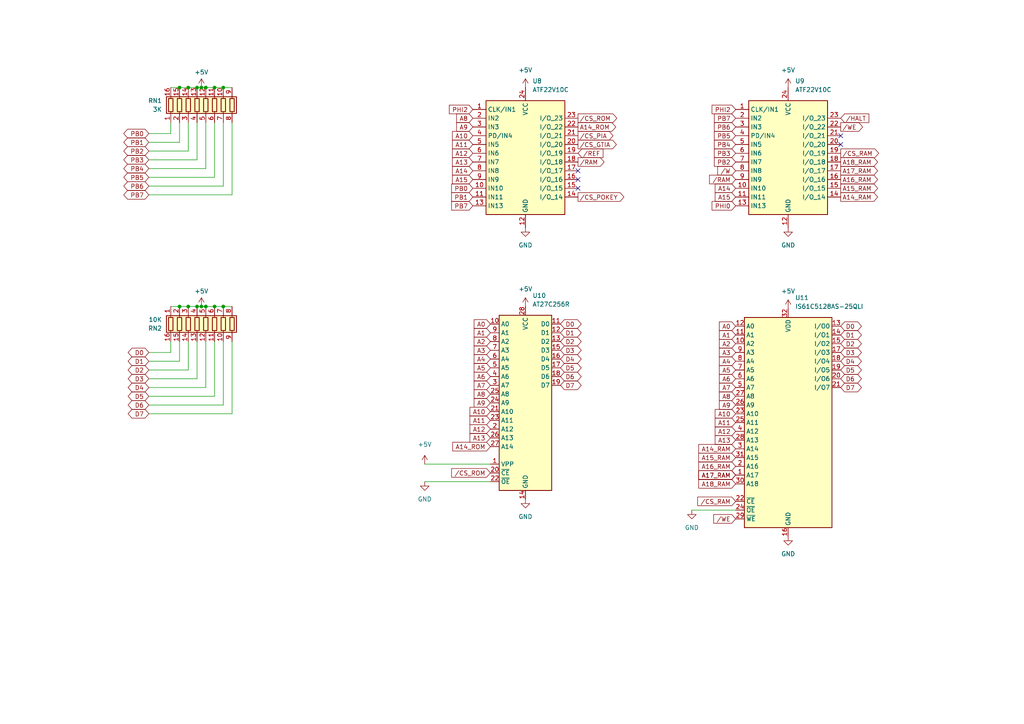
<source format=kicad_sch>
(kicad_sch (version 20211123) (generator eeschema)
  (paper "A4")
  (title_block (title "Atari SBC") (date "2023-02-06") (rev "1.0"))
  (lib_symbols
    (symbol "Device:R_Pack08" (pin_names (offset 0) hide)
      (property "Reference" "RN" (at -12.7 0 90))
      (property "Value" "R_Pack08" (at 10.16 0 90))
      (symbol "R_Pack08_0_1"
        (rectangle (start -11.43 -2.413) (end 8.89 2.413) (stroke (width 0.254)) (fill (type background)))
        (rectangle (start -10.795 1.905) (end -9.525 -1.905) (stroke (width 0.254)))
        (rectangle (start -8.255 1.905) (end -6.985 -1.905) (stroke (width 0.254)))
        (rectangle (start -5.715 1.905) (end -4.445 -1.905) (stroke (width 0.254)))
        (rectangle (start -3.175 1.905) (end -1.905 -1.905) (stroke (width 0.254)))
        (rectangle (start -0.635 1.905) (end 0.635 -1.905) (stroke (width 0.254)))
        (polyline (pts (xy -10.16 -2.54) (xy -10.16 -1.905)))
        (polyline (pts (xy -10.16 1.905) (xy -10.16 2.54)))
        (polyline (pts (xy -7.62 -2.54) (xy -7.62 -1.905)))
        (polyline (pts (xy -7.62 1.905) (xy -7.62 2.54)))
        (polyline (pts (xy -5.08 -2.54) (xy -5.08 -1.905)))
        (polyline (pts (xy -5.08 1.905) (xy -5.08 2.54)))
        (polyline (pts (xy -2.54 -2.54) (xy -2.54 -1.905)))
        (polyline (pts (xy -2.54 1.905) (xy -2.54 2.54)))
        (polyline (pts (xy 0 -2.54) (xy 0 -1.905)))
        (polyline (pts (xy 0 1.905) (xy 0 2.54)))
        (polyline (pts (xy 2.54 -2.54) (xy 2.54 -1.905)))
        (polyline (pts (xy 2.54 1.905) (xy 2.54 2.54)))
        (polyline (pts (xy 5.08 -2.54) (xy 5.08 -1.905)))
        (polyline (pts (xy 5.08 1.905) (xy 5.08 2.54)))
        (polyline (pts (xy 7.62 -2.54) (xy 7.62 -1.905)))
        (polyline (pts (xy 7.62 1.905) (xy 7.62 2.54)))
        (rectangle (start 1.905 1.905) (end 3.175 -1.905) (stroke (width 0.254)))
        (rectangle (start 4.445 1.905) (end 5.715 -1.905) (stroke (width 0.254)))
        (rectangle (start 6.985 1.905) (end 8.255 -1.905) (stroke (width 0.254)))
      )
      (symbol "R_Pack08_1_1"
        (pin passive line (at -10.16 -5.08 90) (length 2.54) (name "R1.1") (number "1"))
        (pin passive line (at 5.08 5.08 270) (length 2.54) (name "R7.2") (number "10"))
        (pin passive line (at 2.54 5.08 270) (length 2.54) (name "R6.2") (number "11"))
        (pin passive line (at 0 5.08 270) (length 2.54) (name "R5.2") (number "12"))
        (pin passive line (at -2.54 5.08 270) (length 2.54) (name "R4.2") (number "13"))
        (pin passive line (at -5.08 5.08 270) (length 2.54) (name "R3.2") (number "14"))
        (pin passive line (at -7.62 5.08 270) (length 2.54) (name "R2.2") (number "15"))
        (pin passive line (at -10.16 5.08 270) (length 2.54) (name "R1.2") (number "16"))
        (pin passive line (at -7.62 -5.08 90) (length 2.54) (name "R2.1") (number "2"))
        (pin passive line (at -5.08 -5.08 90) (length 2.54) (name "R3.1") (number "3"))
        (pin passive line (at -2.54 -5.08 90) (length 2.54) (name "R4.1") (number "4"))
        (pin passive line (at 0 -5.08 90) (length 2.54) (name "R5.1") (number "5"))
        (pin passive line (at 2.54 -5.08 90) (length 2.54) (name "R6.1") (number "6"))
        (pin passive line (at 5.08 -5.08 90) (length 2.54) (name "R7.1") (number "7"))
        (pin passive line (at 7.62 -5.08 90) (length 2.54) (name "R8.1") (number "8"))
        (pin passive line (at 7.62 5.08 270) (length 2.54) (name "R8.2") (number "9"))
      )
    )
    (symbol "Memory_EPROM:27C256"
      (property "Reference" "U" (at -7.62 26.67 0))
      (property "Value" "27C256" (at 2.54 -26.67 0))
      (symbol "27C256_1_1"
        (rectangle (start -7.62 25.4) (end 7.62 -25.4) (stroke (width 0.254)) (fill (type background)))
        (pin input line (at -10.16 -17.78 0) (length 2.54) (name "VPP") (number "1"))
        (pin input line (at -10.16 22.86 0) (length 2.54) (name "A0") (number "10"))
        (pin tri_state line (at 10.16 22.86 180) (length 2.54) (name "D0") (number "11"))
        (pin tri_state line (at 10.16 20.32 180) (length 2.54) (name "D1") (number "12"))
        (pin tri_state line (at 10.16 17.78 180) (length 2.54) (name "D2") (number "13"))
        (pin power_in line (at 0 -27.94 90) (length 2.54) (name "GND") (number "14"))
        (pin tri_state line (at 10.16 15.24 180) (length 2.54) (name "D3") (number "15"))
        (pin tri_state line (at 10.16 12.7 180) (length 2.54) (name "D4") (number "16"))
        (pin tri_state line (at 10.16 10.16 180) (length 2.54) (name "D5") (number "17"))
        (pin tri_state line (at 10.16 7.62 180) (length 2.54) (name "D6") (number "18"))
        (pin tri_state line (at 10.16 5.08 180) (length 2.54) (name "D7") (number "19"))
        (pin input line (at -10.16 -7.62 0) (length 2.54) (name "A12") (number "2"))
        (pin input line (at -10.16 -20.32 0) (length 2.54) (name "~{CE}") (number "20"))
        (pin input line (at -10.16 -2.54 0) (length 2.54) (name "A10") (number "21"))
        (pin input line (at -10.16 -22.86 0) (length 2.54) (name "~{OE}") (number "22"))
        (pin input line (at -10.16 -5.08 0) (length 2.54) (name "A11") (number "23"))
        (pin input line (at -10.16 0 0) (length 2.54) (name "A9") (number "24"))
        (pin input line (at -10.16 2.54 0) (length 2.54) (name "A8") (number "25"))
        (pin input line (at -10.16 -10.16 0) (length 2.54) (name "A13") (number "26"))
        (pin input line (at -10.16 -12.7 0) (length 2.54) (name "A14") (number "27"))
        (pin power_in line (at 0 27.94 270) (length 2.54) (name "VCC") (number "28"))
        (pin input line (at -10.16 5.08 0) (length 2.54) (name "A7") (number "3"))
        (pin input line (at -10.16 7.62 0) (length 2.54) (name "A6") (number "4"))
        (pin input line (at -10.16 10.16 0) (length 2.54) (name "A5") (number "5"))
        (pin input line (at -10.16 12.7 0) (length 2.54) (name "A4") (number "6"))
        (pin input line (at -10.16 15.24 0) (length 2.54) (name "A3") (number "7"))
        (pin input line (at -10.16 17.78 0) (length 2.54) (name "A2") (number "8"))
        (pin input line (at -10.16 20.32 0) (length 2.54) (name "A1") (number "9"))
      )
    )
    (symbol "Memory_RAM:IS61C5128AS-25QLI"
      (property "Reference" "U" (at -10.16 31.75 0))
      (property "Value" "IS61C5128AS-25QLI" (at 12.7 31.75 0))
      (symbol "IS61C5128AS-25QLI_0_1"
        (rectangle (start -12.7 30.48) (end 12.7 -30.48) (stroke (width 0.254)) (fill (type background)))
      )
      (symbol "IS61C5128AS-25QLI_1_1"
        (pin input line (at -15.24 -15.24 0) (length 2.54) (name "A17") (number "1"))
        (pin input line (at -15.24 22.86 0) (length 2.54) (name "A2") (number "10"))
        (pin input line (at -15.24 25.4 0) (length 2.54) (name "A1") (number "11"))
        (pin input line (at -15.24 27.94 0) (length 2.54) (name "A0") (number "12"))
        (pin bidirectional line (at 15.24 27.94 180) (length 2.54) (name "I/O0") (number "13"))
        (pin bidirectional line (at 15.24 25.4 180) (length 2.54) (name "I/O1") (number "14"))
        (pin bidirectional line (at 15.24 22.86 180) (length 2.54) (name "I/O2") (number "15"))
        (pin power_in line (at 0 -33.02 90) (length 2.54) (name "GND") (number "16"))
        (pin bidirectional line (at 15.24 20.32 180) (length 2.54) (name "I/O3") (number "17"))
        (pin bidirectional line (at 15.24 17.78 180) (length 2.54) (name "I/O4") (number "18"))
        (pin bidirectional line (at 15.24 15.24 180) (length 2.54) (name "I/O5") (number "19"))
        (pin input line (at -15.24 -12.7 0) (length 2.54) (name "A16") (number "2"))
        (pin bidirectional line (at 15.24 12.7 180) (length 2.54) (name "I/O6") (number "20"))
        (pin bidirectional line (at 15.24 10.16 180) (length 2.54) (name "I/O7") (number "21"))
        (pin input line (at -15.24 -22.86 0) (length 2.54) (name "~{CE}") (number "22"))
        (pin input line (at -15.24 2.54 0) (length 2.54) (name "A10") (number "23"))
        (pin input line (at -15.24 -25.4 0) (length 2.54) (name "~{OE}") (number "24"))
        (pin input line (at -15.24 0 0) (length 2.54) (name "A11") (number "25"))
        (pin input line (at -15.24 5.08 0) (length 2.54) (name "A9") (number "26"))
        (pin input line (at -15.24 7.62 0) (length 2.54) (name "A8") (number "27"))
        (pin input line (at -15.24 -5.08 0) (length 2.54) (name "A13") (number "28"))
        (pin input line (at -15.24 -27.94 0) (length 2.54) (name "~{WE}") (number "29"))
        (pin input line (at -15.24 -7.62 0) (length 2.54) (name "A14") (number "3"))
        (pin input line (at -15.24 -17.78 0) (length 2.54) (name "A18") (number "30"))
        (pin input line (at -15.24 -10.16 0) (length 2.54) (name "A15") (number "31"))
        (pin power_in line (at 0 33.02 270) (length 2.54) (name "VDD") (number "32"))
        (pin input line (at -15.24 -2.54 0) (length 2.54) (name "A12") (number "4"))
        (pin input line (at -15.24 10.16 0) (length 2.54) (name "A7") (number "5"))
        (pin input line (at -15.24 12.7 0) (length 2.54) (name "A6") (number "6"))
        (pin input line (at -15.24 15.24 0) (length 2.54) (name "A5") (number "7"))
        (pin input line (at -15.24 17.78 0) (length 2.54) (name "A4") (number "8"))
        (pin input line (at -15.24 20.32 0) (length 2.54) (name "A3") (number "9"))
      )
    )
    (symbol "Project_Logic_Programmable:ATF22V10C"
      (property "Reference" "U" (at -11.43 19.05 0))
      (property "Value" "ATF22V10C" (at 0 0 90))
      (symbol "ATF22V10C_0_1"
        (rectangle (start -11.43 17.78) (end 11.43 -15.24) (stroke (width 0.254)) (fill (type background)))
      )
      (symbol "ATF22V10C_1_1"
        (pin input line (at -15.24 15.24 0) (length 3.81) (name "CLK/IN1") (number "1"))
        (pin input line (at -15.24 -7.62 0) (length 3.81) (name "IN10") (number "10"))
        (pin input line (at -15.24 -10.16 0) (length 3.81) (name "IN11") (number "11"))
        (pin power_in line (at 0 -19.05 90) (length 3.81) (name "GND") (number "12"))
        (pin input line (at -15.24 -12.7 0) (length 3.81) (name "IN13") (number "13"))
        (pin bidirectional line (at 15.24 -10.16 180) (length 3.81) (name "I/O_14") (number "14"))
        (pin bidirectional line (at 15.24 -7.62 180) (length 3.81) (name "I/O_15") (number "15"))
        (pin bidirectional line (at 15.24 -5.08 180) (length 3.81) (name "I/O_16") (number "16"))
        (pin bidirectional line (at 15.24 -2.54 180) (length 3.81) (name "I/O_17") (number "17"))
        (pin bidirectional line (at 15.24 0 180) (length 3.81) (name "I/O_18") (number "18"))
        (pin bidirectional line (at 15.24 2.54 180) (length 3.81) (name "I/O_19") (number "19"))
        (pin input line (at -15.24 12.7 0) (length 3.81) (name "IN2") (number "2"))
        (pin bidirectional line (at 15.24 5.08 180) (length 3.81) (name "I/O_20") (number "20"))
        (pin bidirectional line (at 15.24 7.62 180) (length 3.81) (name "I/O_21") (number "21"))
        (pin bidirectional line (at 15.24 10.16 180) (length 3.81) (name "I/O_22") (number "22"))
        (pin bidirectional line (at 15.24 12.7 180) (length 3.81) (name "I/O_23") (number "23"))
        (pin power_in line (at 0 21.59 270) (length 3.81) (name "VCC") (number "24"))
        (pin input line (at -15.24 10.16 0) (length 3.81) (name "IN3") (number "3"))
        (pin input line (at -15.24 7.62 0) (length 3.81) (name "PD/IN4") (number "4"))
        (pin input line (at -15.24 5.08 0) (length 3.81) (name "IN5") (number "5"))
        (pin input line (at -15.24 2.54 0) (length 3.81) (name "IN6") (number "6"))
        (pin input line (at -15.24 0 0) (length 3.81) (name "IN7") (number "7"))
        (pin input line (at -15.24 -2.54 0) (length 3.81) (name "IN8") (number "8"))
        (pin input line (at -15.24 -5.08 0) (length 3.81) (name "IN9") (number "9"))
      )
    )
    (symbol "power:+5V" (power) (pin_names (offset 0))
      (property "Value" "+5V" (at 0 3.556 0))
      (symbol "+5V_0_1"
        (polyline (pts (xy -0.762 1.27) (xy 0 2.54)))
        (polyline (pts (xy 0 0) (xy 0 2.54)))
        (polyline (pts (xy 0 2.54) (xy 0.762 1.27)))
      )
      (symbol "+5V_1_1"
        (pin power_in line (at 0 0 90) (length 0) hide (name "+5V") (number "1"))
      )
    )
    (symbol "power:GND" (power) (pin_names (offset 0))
      (property "Value" "GND" (at 0 -3.81 0))
      (symbol "GND_0_1"
        (polyline (pts (xy 0 0) (xy 0 -1.27) (xy 1.27 -1.27) (xy 0 -2.54) (xy -1.27 -1.27) (xy 0 -1.27)))
      )
      (symbol "GND_1_1"
        (pin power_in line (at 0 0 270) (length 0) hide (name "GND") (number "1"))
      )
    )
  )
  (junction (at 52.07 25.4))
  (junction (at 57.15 88.9))
  (junction (at 64.77 25.4))
  (junction (at 54.61 25.4))
  (junction (at 62.23 25.4))
  (junction (at 58.42 88.9))
  (junction (at 64.77 88.9))
  (junction (at 57.15 25.4))
  (junction (at 59.69 88.9))
  (junction (at 59.69 25.4))
  (junction (at 58.42 25.4))
  (junction (at 54.61 88.9))
  (junction (at 62.23 88.9))
  (junction (at 52.07 88.9))
  (no_connect (at 167.64 52.07))
  (no_connect (at 167.64 54.61))
  (no_connect (at 167.64 49.53))
  (no_connect (at 243.84 41.91))
  (no_connect (at 243.84 39.37))
  (wire (pts (xy 62.23 51.435) (xy 62.23 35.56)))
  (wire (pts (xy 43.18 120.015) (xy 67.31 120.015)))
  (wire (pts (xy 52.07 104.775) (xy 52.07 99.06)))
  (wire (pts (xy 57.15 109.855) (xy 57.15 99.06)))
  (wire (pts (xy 58.42 25.4) (xy 59.69 25.4)))
  (wire (pts (xy 200.66 147.955) (xy 213.36 147.955)))
  (wire (pts (xy 43.18 53.975) (xy 64.77 53.975)))
  (wire (pts (xy 49.53 102.235) (xy 49.53 99.06)))
  (wire (pts (xy 54.61 88.9) (xy 57.15 88.9)))
  (wire (pts (xy 49.53 88.9) (xy 52.07 88.9)))
  (wire (pts (xy 43.18 43.815) (xy 54.61 43.815)))
  (wire (pts (xy 59.69 25.4) (xy 62.23 25.4)))
  (wire (pts (xy 64.77 53.975) (xy 64.77 35.56)))
  (wire (pts (xy 62.23 88.9) (xy 64.77 88.9)))
  (wire (pts (xy 49.53 25.4) (xy 52.07 25.4)))
  (wire (pts (xy 52.07 25.4) (xy 54.61 25.4)))
  (wire (pts (xy 43.18 38.735) (xy 49.53 38.735)))
  (wire (pts (xy 62.23 25.4) (xy 64.77 25.4)))
  (wire (pts (xy 43.18 104.775) (xy 52.07 104.775)))
  (wire (pts (xy 43.18 46.355) (xy 57.15 46.355)))
  (wire (pts (xy 67.31 56.515) (xy 67.31 35.56)))
  (wire (pts (xy 57.15 25.4) (xy 58.42 25.4)))
  (wire (pts (xy 59.69 112.395) (xy 59.69 99.06)))
  (wire (pts (xy 67.31 120.015) (xy 67.31 99.06)))
  (wire (pts (xy 43.18 109.855) (xy 57.15 109.855)))
  (wire (pts (xy 43.18 117.475) (xy 64.77 117.475)))
  (wire (pts (xy 43.18 56.515) (xy 67.31 56.515)))
  (wire (pts (xy 43.18 114.935) (xy 62.23 114.935)))
  (wire (pts (xy 57.15 88.9) (xy 58.42 88.9)))
  (wire (pts (xy 58.42 88.9) (xy 59.69 88.9)))
  (wire (pts (xy 123.19 134.62) (xy 142.24 134.62)))
  (wire (pts (xy 54.61 107.315) (xy 54.61 99.06)))
  (wire (pts (xy 64.77 117.475) (xy 64.77 99.06)))
  (wire (pts (xy 59.69 88.9) (xy 62.23 88.9)))
  (wire (pts (xy 59.69 48.895) (xy 59.69 35.56)))
  (wire (pts (xy 43.18 112.395) (xy 59.69 112.395)))
  (wire (pts (xy 62.23 114.935) (xy 62.23 99.06)))
  (wire (pts (xy 52.07 88.9) (xy 54.61 88.9)))
  (wire (pts (xy 52.07 41.275) (xy 52.07 35.56)))
  (wire (pts (xy 43.18 51.435) (xy 62.23 51.435)))
  (wire (pts (xy 64.77 25.4) (xy 67.31 25.4)))
  (wire (pts (xy 54.61 43.815) (xy 54.61 35.56)))
  (wire (pts (xy 64.77 88.9) (xy 67.31 88.9)))
  (wire (pts (xy 57.15 46.355) (xy 57.15 35.56)))
  (wire (pts (xy 49.53 35.56) (xy 49.53 38.735)))
  (wire (pts (xy 43.18 41.275) (xy 52.07 41.275)))
  (wire (pts (xy 123.19 139.7) (xy 142.24 139.7)))
  (wire (pts (xy 54.61 25.4) (xy 57.15 25.4)))
  (wire (pts (xy 43.18 48.895) (xy 59.69 48.895)))
  (wire (pts (xy 43.18 102.235) (xy 49.53 102.235)))
  (wire (pts (xy 43.18 107.315) (xy 54.61 107.315)))
  (global_label "A12" (shape input) (at 142.24 124.46 180) (property "Intersheet References" "${INTERSHEET_REFS}" (effects hide)))
  (global_label "D6" (shape bidirectional) (at 43.18 117.475 180) (property "Intersheet References" "${INTERSHEET_REFS}" (effects hide)))
  (global_label "A14_RAM" (shape output) (at 243.84 57.15 0) (property "Intersheet References" "${INTERSHEET_REFS}" (effects hide)))
  (global_label "A3" (shape input) (at 213.36 102.235 180) (property "Intersheet References" "${INTERSHEET_REFS}" (effects hide)))
  (global_label "PB5" (shape bidirectional) (at 43.18 51.435 180) (property "Intersheet References" "${INTERSHEET_REFS}" (effects hide)))
  (global_label "D1" (shape bidirectional) (at 43.18 104.775 180) (property "Intersheet References" "${INTERSHEET_REFS}" (effects hide)))
  (global_label "A10" (shape input) (at 213.36 120.015 180) (property "Intersheet References" "${INTERSHEET_REFS}" (effects hide)))
  (global_label "A10" (shape input) (at 137.16 39.37 180) (property "Intersheet References" "${INTERSHEET_REFS}" (effects hide)))
  (global_label "A15_RAM" (shape input) (at 213.36 132.715 180) (property "Intersheet References" "${INTERSHEET_REFS}" (effects hide)))
  (global_label "PB1" (shape bidirectional) (at 43.18 41.275 180) (property "Intersheet References" "${INTERSHEET_REFS}" (effects hide)))
  (global_label "A14_ROM" (shape input) (at 142.24 129.54 180) (property "Intersheet References" "${INTERSHEET_REFS}" (effects hide)))
  (global_label "A7" (shape input) (at 213.36 112.395 180) (property "Intersheet References" "${INTERSHEET_REFS}" (effects hide)))
  (global_label "A4" (shape input) (at 213.36 104.775 180) (property "Intersheet References" "${INTERSHEET_REFS}" (effects hide)))
  (global_label "A8" (shape input) (at 213.36 114.935 180) (property "Intersheet References" "${INTERSHEET_REFS}" (effects hide)))
  (global_label "A14_ROM" (shape output) (at 167.64 36.83 0) (property "Intersheet References" "${INTERSHEET_REFS}" (effects hide)))
  (global_label "{slash}CS_GTIA" (shape output) (at 167.64 41.91 0) (property "Intersheet References" "${INTERSHEET_REFS}" (effects hide)))
  (global_label "D4" (shape tri_state) (at 162.56 104.14 0) (property "Intersheet References" "${INTERSHEET_REFS}" (effects hide)))
  (global_label "PHI2" (shape input) (at 137.16 31.75 180) (property "Intersheet References" "${INTERSHEET_REFS}" (effects hide)))
  (global_label "A9" (shape input) (at 142.24 116.84 180) (property "Intersheet References" "${INTERSHEET_REFS}" (effects hide)))
  (global_label "A18_RAM" (shape output) (at 243.84 46.99 0) (property "Intersheet References" "${INTERSHEET_REFS}" (effects hide)))
  (global_label "PB1" (shape input) (at 137.16 57.15 180) (property "Intersheet References" "${INTERSHEET_REFS}" (effects hide)))
  (global_label "D2" (shape tri_state) (at 162.56 99.06 0) (property "Intersheet References" "${INTERSHEET_REFS}" (effects hide)))
  (global_label "D7" (shape bidirectional) (at 43.18 120.015 180) (property "Intersheet References" "${INTERSHEET_REFS}" (effects hide)))
  (global_label "D2" (shape tri_state) (at 243.84 99.695 0) (property "Intersheet References" "${INTERSHEET_REFS}" (effects hide)))
  (global_label "A18_RAM" (shape input) (at 213.36 140.335 180) (property "Intersheet References" "${INTERSHEET_REFS}" (effects hide)))
  (global_label "PB6" (shape input) (at 213.36 36.83 180) (property "Intersheet References" "${INTERSHEET_REFS}" (effects hide)))
  (global_label "{slash}REF" (shape input) (at 167.64 44.45 0) (property "Intersheet References" "${INTERSHEET_REFS}" (effects hide)))
  (global_label "PB4" (shape input) (at 213.36 41.91 180) (property "Intersheet References" "${INTERSHEET_REFS}" (effects hide)))
  (global_label "{slash}W" (shape input) (at 213.36 49.53 180) (property "Intersheet References" "${INTERSHEET_REFS}" (effects hide)))
  (global_label "A3" (shape input) (at 142.24 101.6 180) (property "Intersheet References" "${INTERSHEET_REFS}" (effects hide)))
  (global_label "D0" (shape tri_state) (at 243.84 94.615 0) (property "Intersheet References" "${INTERSHEET_REFS}" (effects hide)))
  (global_label "A2" (shape input) (at 213.36 99.695 180) (property "Intersheet References" "${INTERSHEET_REFS}" (effects hide)))
  (global_label "A7" (shape input) (at 142.24 111.76 180) (property "Intersheet References" "${INTERSHEET_REFS}" (effects hide)))
  (global_label "D1" (shape tri_state) (at 243.84 97.155 0) (property "Intersheet References" "${INTERSHEET_REFS}" (effects hide)))
  (global_label "D5" (shape bidirectional) (at 43.18 114.935 180) (property "Intersheet References" "${INTERSHEET_REFS}" (effects hide)))
  (global_label "{slash}CS_RAM" (shape output) (at 243.84 44.45 0) (property "Intersheet References" "${INTERSHEET_REFS}" (effects hide)))
  (global_label "D7" (shape tri_state) (at 162.56 111.76 0) (property "Intersheet References" "${INTERSHEET_REFS}" (effects hide)))
  (global_label "A4" (shape input) (at 142.24 104.14 180) (property "Intersheet References" "${INTERSHEET_REFS}" (effects hide)))
  (global_label "{slash}WE" (shape input) (at 213.36 150.495 180) (property "Intersheet References" "${INTERSHEET_REFS}" (effects hide)))
  (global_label "A14" (shape input) (at 213.36 54.61 180) (property "Intersheet References" "${INTERSHEET_REFS}" (effects hide)))
  (global_label "A15" (shape input) (at 137.16 52.07 180) (property "Intersheet References" "${INTERSHEET_REFS}" (effects hide)))
  (global_label "PB6" (shape bidirectional) (at 43.18 53.975 180) (property "Intersheet References" "${INTERSHEET_REFS}" (effects hide)))
  (global_label "A6" (shape input) (at 142.24 109.22 180) (property "Intersheet References" "${INTERSHEET_REFS}" (effects hide)))
  (global_label "A16_RAM" (shape output) (at 243.84 52.07 0) (property "Intersheet References" "${INTERSHEET_REFS}" (effects hide)))
  (global_label "D5" (shape tri_state) (at 162.56 106.68 0) (property "Intersheet References" "${INTERSHEET_REFS}" (effects hide)))
  (global_label "PB0" (shape bidirectional) (at 43.18 38.735 180) (property "Intersheet References" "${INTERSHEET_REFS}" (effects hide)))
  (global_label "D3" (shape tri_state) (at 243.84 102.235 0) (property "Intersheet References" "${INTERSHEET_REFS}" (effects hide)))
  (global_label "A15_RAM" (shape output) (at 243.84 54.61 0) (property "Intersheet References" "${INTERSHEET_REFS}" (effects hide)))
  (global_label "PB5" (shape input) (at 213.36 39.37 180) (property "Intersheet References" "${INTERSHEET_REFS}" (effects hide)))
  (global_label "D7" (shape tri_state) (at 243.84 112.395 0) (property "Intersheet References" "${INTERSHEET_REFS}" (effects hide)))
  (global_label "PB4" (shape bidirectional) (at 43.18 48.895 180) (property "Intersheet References" "${INTERSHEET_REFS}" (effects hide)))
  (global_label "D6" (shape tri_state) (at 162.56 109.22 0) (property "Intersheet References" "${INTERSHEET_REFS}" (effects hide)))
  (global_label "A13" (shape input) (at 213.36 127.635 180) (property "Intersheet References" "${INTERSHEET_REFS}" (effects hide)))
  (global_label "A13" (shape input) (at 137.16 46.99 180) (property "Intersheet References" "${INTERSHEET_REFS}" (effects hide)))
  (global_label "A9" (shape input) (at 213.36 117.475 180) (property "Intersheet References" "${INTERSHEET_REFS}" (effects hide)))
  (global_label "A17_RAM" (shape input) (at 213.36 137.795 180) (property "Intersheet References" "${INTERSHEET_REFS}" (effects hide)))
  (global_label "D0" (shape tri_state) (at 162.56 93.98 0) (property "Intersheet References" "${INTERSHEET_REFS}" (effects hide)))
  (global_label "D4" (shape bidirectional) (at 43.18 112.395 180) (property "Intersheet References" "${INTERSHEET_REFS}" (effects hide)))
  (global_label "{slash}HALT" (shape input) (at 243.84 34.29 0) (property "Intersheet References" "${INTERSHEET_REFS}" (effects hide)))
  (global_label "PB2" (shape input) (at 213.36 46.99 180) (property "Intersheet References" "${INTERSHEET_REFS}" (effects hide)))
  (global_label "PB7" (shape bidirectional) (at 43.18 56.515 180) (property "Intersheet References" "${INTERSHEET_REFS}" (effects hide)))
  (global_label "A10" (shape input) (at 142.24 119.38 180) (property "Intersheet References" "${INTERSHEET_REFS}" (effects hide)))
  (global_label "A5" (shape input) (at 213.36 107.315 180) (property "Intersheet References" "${INTERSHEET_REFS}" (effects hide)))
  (global_label "A8" (shape input) (at 137.16 34.29 180) (property "Intersheet References" "${INTERSHEET_REFS}" (effects hide)))
  (global_label "A1" (shape input) (at 213.36 97.155 180) (property "Intersheet References" "${INTERSHEET_REFS}" (effects hide)))
  (global_label "{slash}CS_RAM" (shape input) (at 213.36 145.415 180) (property "Intersheet References" "${INTERSHEET_REFS}" (effects hide)))
  (global_label "A1" (shape input) (at 142.24 96.52 180) (property "Intersheet References" "${INTERSHEET_REFS}" (effects hide)))
  (global_label "A0" (shape input) (at 213.36 94.615 180) (property "Intersheet References" "${INTERSHEET_REFS}" (effects hide)))
  (global_label "PB7" (shape input) (at 213.36 34.29 180) (property "Intersheet References" "${INTERSHEET_REFS}" (effects hide)))
  (global_label "{slash}WE" (shape output) (at 243.84 36.83 0) (property "Intersheet References" "${INTERSHEET_REFS}" (effects hide)))
  (global_label "PHI2" (shape input) (at 213.36 31.75 180) (property "Intersheet References" "${INTERSHEET_REFS}" (effects hide)))
  (global_label "A12" (shape input) (at 213.36 125.095 180) (property "Intersheet References" "${INTERSHEET_REFS}" (effects hide)))
  (global_label "A11" (shape input) (at 137.16 41.91 180) (property "Intersheet References" "${INTERSHEET_REFS}" (effects hide)))
  (global_label "PB3" (shape bidirectional) (at 43.18 46.355 180) (property "Intersheet References" "${INTERSHEET_REFS}" (effects hide)))
  (global_label "A5" (shape input) (at 142.24 106.68 180) (property "Intersheet References" "${INTERSHEET_REFS}" (effects hide)))
  (global_label "A12" (shape input) (at 137.16 44.45 180) (property "Intersheet References" "${INTERSHEET_REFS}" (effects hide)))
  (global_label "A0" (shape input) (at 142.24 93.98 180) (property "Intersheet References" "${INTERSHEET_REFS}" (effects hide)))
  (global_label "{slash}CS_POKEY" (shape output) (at 167.64 57.15 0) (property "Intersheet References" "${INTERSHEET_REFS}" (effects hide)))
  (global_label "{slash}CS_ROM" (shape output) (at 167.64 34.29 0) (property "Intersheet References" "${INTERSHEET_REFS}" (effects hide)))
  (global_label "A14" (shape input) (at 137.16 49.53 180) (property "Intersheet References" "${INTERSHEET_REFS}" (effects hide)))
  (global_label "A11" (shape input) (at 213.36 122.555 180) (property "Intersheet References" "${INTERSHEET_REFS}" (effects hide)))
  (global_label "A6" (shape input) (at 213.36 109.855 180) (property "Intersheet References" "${INTERSHEET_REFS}" (effects hide)))
  (global_label "{slash}CS_PIA" (shape output) (at 167.64 39.37 0) (property "Intersheet References" "${INTERSHEET_REFS}" (effects hide)))
  (global_label "D0" (shape bidirectional) (at 43.18 102.235 180) (property "Intersheet References" "${INTERSHEET_REFS}" (effects hide)))
  (global_label "D3" (shape bidirectional) (at 43.18 109.855 180) (property "Intersheet References" "${INTERSHEET_REFS}" (effects hide)))
  (global_label "A17_RAM" (shape input) (at 213.36 137.795 180) (property "Intersheet References" "${INTERSHEET_REFS}" (effects hide)))
  (global_label "D2" (shape bidirectional) (at 43.18 107.315 180) (property "Intersheet References" "${INTERSHEET_REFS}" (effects hide)))
  (global_label "A17_RAM" (shape output) (at 243.84 49.53 0) (property "Intersheet References" "${INTERSHEET_REFS}" (effects hide)))
  (global_label "PB3" (shape input) (at 213.36 44.45 180) (property "Intersheet References" "${INTERSHEET_REFS}" (effects hide)))
  (global_label "D1" (shape tri_state) (at 162.56 96.52 0) (property "Intersheet References" "${INTERSHEET_REFS}" (effects hide)))
  (global_label "A15" (shape input) (at 213.36 57.15 180) (property "Intersheet References" "${INTERSHEET_REFS}" (effects hide)))
  (global_label "A2" (shape input) (at 142.24 99.06 180) (property "Intersheet References" "${INTERSHEET_REFS}" (effects hide)))
  (global_label "PB0" (shape input) (at 137.16 54.61 180) (property "Intersheet References" "${INTERSHEET_REFS}" (effects hide)))
  (global_label "D5" (shape tri_state) (at 243.84 107.315 0) (property "Intersheet References" "${INTERSHEET_REFS}" (effects hide)))
  (global_label "PB7" (shape input) (at 137.16 59.69 180) (property "Intersheet References" "${INTERSHEET_REFS}" (effects hide)))
  (global_label "PHI0" (shape input) (at 213.36 59.69 180) (property "Intersheet References" "${INTERSHEET_REFS}" (effects hide)))
  (global_label "PB2" (shape bidirectional) (at 43.18 43.815 180) (property "Intersheet References" "${INTERSHEET_REFS}" (effects hide)))
  (global_label "{slash}CS_ROM" (shape input) (at 142.24 137.16 180) (property "Intersheet References" "${INTERSHEET_REFS}" (effects hide)))
  (global_label "D6" (shape tri_state) (at 243.84 109.855 0) (property "Intersheet References" "${INTERSHEET_REFS}" (effects hide)))
  (global_label "D3" (shape tri_state) (at 162.56 101.6 0) (property "Intersheet References" "${INTERSHEET_REFS}" (effects hide)))
  (global_label "{slash}RAM" (shape output) (at 167.64 46.99 0) (property "Intersheet References" "${INTERSHEET_REFS}" (effects hide)))
  (global_label "A14_RAM" (shape input) (at 213.36 130.175 180) (property "Intersheet References" "${INTERSHEET_REFS}" (effects hide)))
  (global_label "A16_RAM" (shape input) (at 213.36 135.255 180) (property "Intersheet References" "${INTERSHEET_REFS}" (effects hide)))
  (global_label "{slash}RAM" (shape input) (at 213.36 52.07 180) (property "Intersheet References" "${INTERSHEET_REFS}" (effects hide)))
  (global_label "A11" (shape input) (at 142.24 121.92 180) (property "Intersheet References" "${INTERSHEET_REFS}" (effects hide)))
  (global_label "A9" (shape input) (at 137.16 36.83 180) (property "Intersheet References" "${INTERSHEET_REFS}" (effects hide)))
  (global_label "A13" (shape input) (at 142.24 127 180) (property "Intersheet References" "${INTERSHEET_REFS}" (effects hide)))
  (global_label "D4" (shape tri_state) (at 243.84 104.775 0) (property "Intersheet References" "${INTERSHEET_REFS}" (effects hide)))
  (global_label "A8" (shape input) (at 142.24 114.3 180) (property "Intersheet References" "${INTERSHEET_REFS}" (effects hide)))
  (symbol (lib_id "power:+5V") (at 152.4 25.4 0) (unit 1)
    (property "Reference" "#PWR0125" (effects hide))
    (property "Value" "+5V" (at 152.4 20.32 0))
  )
  (symbol (lib_id "power:+5V") (at 58.42 88.9 0) (unit 1)
    (property "Reference" "#PWR0133" (effects hide))
    (property "Value" "+5V" (at 58.42 84.455 0))
  )
  (symbol (lib_id "Project_Logic_Programmable:ATF22V10C") (at 228.6 46.99 0) (unit 1)
    (property "Reference" "U9" (at 230.6193 23.495 0) (effects (justify left)))
    (property "Value" "ATF22V10C" (at 230.6194 26.035 0) (effects (justify left)))
    (property "Footprint" "Package_DIP:DIP-24_W7.62mm_Socket" (effects hide))
    (property "Datasheet" "https://ww1.microchip.com/downloads/en/DeviceDoc/doc0735.pdf" (effects hide))
  )
  (symbol (lib_id "power:GND") (at 123.19 139.7 0) (mirror y) (unit 1)
    (property "Reference" "#PWR0145" (effects hide))
    (property "Value" "GND" (at 123.19 144.78 0))
  )
  (symbol (lib_id "power:GND") (at 200.66 147.955 0) (mirror y) (unit 1)
    (property "Reference" "#PWR0128" (effects hide))
    (property "Value" "GND" (at 200.66 153.035 0))
  )
  (symbol (lib_id "power:GND") (at 152.4 66.04 0) (unit 1)
    (property "Reference" "#PWR0126" (effects hide))
    (property "Value" "GND" (at 152.4 71.12 0))
  )
  (symbol (lib_id "power:GND") (at 152.4 144.78 0) (unit 1)
    (property "Reference" "#PWR0132" (effects hide))
    (property "Value" "GND" (at 152.4 149.86 0))
  )
  (symbol (lib_id "Device:R_Pack08") (at 59.69 30.48 0) (unit 1)
    (property "Reference" "RN1" (at 46.99 29.2099 0) (effects (justify right)))
    (property "Value" "3K" (at 46.99 31.7499 0) (effects (justify right)))
    (property "Footprint" "Package_SO:SOIC-16W_5.3x10.2mm_P1.27mm" (effects hide))
  )
  (symbol (lib_id "power:+5V") (at 58.42 25.4 0) (unit 1)
    (property "Reference" "#PWR0119" (effects hide))
    (property "Value" "+5V" (at 58.42 20.955 0))
  )
  (symbol (lib_id "power:+5V") (at 228.6 89.535 0) (unit 1)
    (property "Reference" "#PWR0127" (effects hide))
    (property "Value" "+5V" (at 228.6 84.455 0))
  )
  (symbol (lib_id "power:GND") (at 228.6 66.04 0) (unit 1)
    (property "Reference" "#PWR0120" (effects hide))
    (property "Value" "GND" (at 228.6 71.12 0))
  )
  (symbol (lib_id "power:GND") (at 228.6 155.575 0) (unit 1)
    (property "Reference" "#PWR0129" (effects hide))
    (property "Value" "GND" (at 228.6 160.655 0))
  )
  (symbol (lib_id "power:+5V") (at 123.19 134.62 0) (unit 1)
    (property "Reference" "#PWR0131" (effects hide))
    (property "Value" "+5V" (at 123.19 128.905 0))
  )
  (symbol (lib_id "Project_Logic_Programmable:ATF22V10C") (at 152.4 46.99 0) (unit 1)
    (property "Reference" "U8" (at 154.4193 23.495 0) (effects (justify left)))
    (property "Value" "ATF22V10C" (at 154.4194 26.035 0) (effects (justify left)))
    (property "Footprint" "Package_DIP:DIP-24_W7.62mm_Socket" (effects hide))
    (property "Datasheet" "https://ww1.microchip.com/downloads/en/DeviceDoc/doc0735.pdf" (effects hide))
  )
  (symbol (lib_id "Memory_RAM:IS61C5128AS-25QLI") (at 228.6 122.555 0) (unit 1)
    (property "Reference" "U11" (at 230.6194 86.36 0) (effects (justify left)))
    (property "Value" "IS61C5128AS-25QLI" (at 230.6194 88.9 0) (effects (justify left)))
    (property "Footprint" "Package_SO:SSOP-32_11.305x20.495mm_P1.27mm" (effects hide))
    (property "Datasheet" "http://www.issi.com/WW/pdf/61-64C5128AL.pdf" (effects hide))
  )
  (symbol (lib_id "power:+5V") (at 228.6 25.4 0) (unit 1)
    (property "Reference" "#PWR0121" (effects hide))
    (property "Value" "+5V" (at 228.6 20.32 0))
  )
  (symbol (lib_id "Device:R_Pack08") (at 59.69 93.98 0) (mirror x) (unit 1)
    (property "Reference" "RN2" (at 46.99 95.2501 0) (effects (justify right)))
    (property "Value" "10K" (at 46.99 92.7101 0) (effects (justify right)))
    (property "Footprint" "Package_SO:SOIC-16_3.9x9.9mm_P1.27mm" (effects hide))
  )
  (symbol (lib_id "Memory_EPROM:27C256") (at 152.4 116.84 0) (unit 1)
    (property "Reference" "U10" (at 154.4194 85.725 0) (effects (justify left)))
    (property "Value" "AT27C256R" (at 154.4194 88.265 0) (effects (justify left)))
    (property "Footprint" "Package_DIP:DIP-28_W15.24mm_Socket" (effects hide))
    (property "Datasheet" "http://ww1.microchip.com/downloads/en/DeviceDoc/doc0014.pdf" (effects hide))
  )
  (symbol (lib_id "power:+5V") (at 152.4 88.9 0) (unit 1)
    (property "Reference" "#PWR0130" (effects hide))
    (property "Value" "+5V" (at 152.4 83.82 0))
  )
)
</source>
